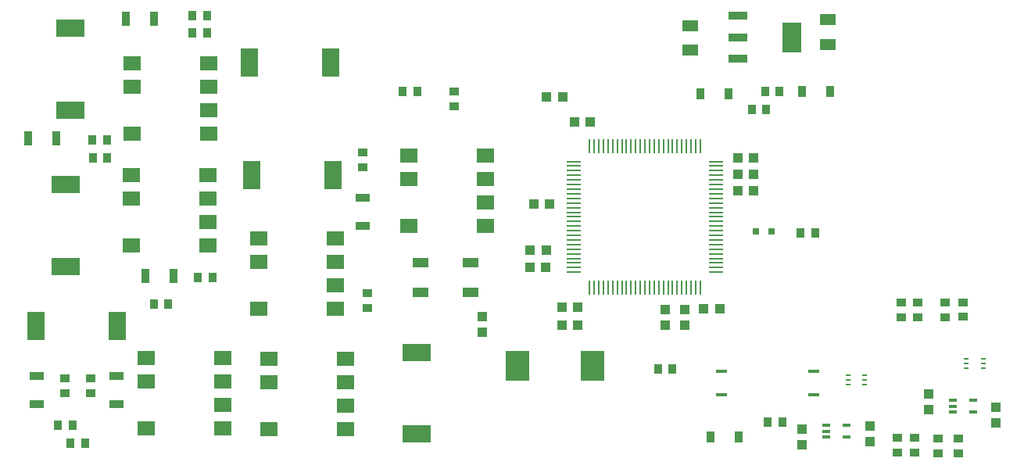
<source format=gbr>
%TF.GenerationSoftware,KiCad,Pcbnew,(6.0.4)*%
%TF.CreationDate,2022-04-12T20:51:16-07:00*%
%TF.ProjectId,L0005-Valve-Controller,4c303030-352d-4566-916c-76652d436f6e,1.0*%
%TF.SameCoordinates,Original*%
%TF.FileFunction,Paste,Top*%
%TF.FilePolarity,Positive*%
%FSLAX46Y46*%
G04 Gerber Fmt 4.6, Leading zero omitted, Abs format (unit mm)*
G04 Created by KiCad (PCBNEW (6.0.4)) date 2022-04-12 20:51:16*
%MOMM*%
%LPD*%
G01*
G04 APERTURE LIST*
%ADD10R,1.700000X0.990600*%
%ADD11R,1.900000X1.500000*%
%ADD12R,1.600000X0.855600*%
%ADD13R,0.855600X1.600000*%
%ADD14R,0.965200X1.295400*%
%ADD15R,0.800000X0.800000*%
%ADD16R,1.100000X1.000000*%
%ADD17R,0.940000X1.020000*%
%ADD18R,1.020000X0.940000*%
%ADD19R,3.048000X1.854200*%
%ADD20R,1.854200X3.048000*%
%ADD21R,2.150000X0.950000*%
%ADD22R,2.150000X3.250000*%
%ADD23R,0.876300X0.304800*%
%ADD24R,1.778000X1.270000*%
%ADD25R,1.000000X1.100000*%
%ADD26R,0.508000X0.254000*%
%ADD27R,1.219200X0.457200*%
%ADD28R,1.560000X0.280000*%
%ADD29R,0.280000X1.560000*%
%ADD30R,2.620000X3.200000*%
G04 APERTURE END LIST*
D10*
%TO.C,B1*%
X116441200Y-99948799D03*
X111041200Y-99948799D03*
X116441200Y-96748801D03*
X111041200Y-96748801D03*
%TD*%
D11*
%TO.C,K6*%
X118111700Y-92811600D03*
X118111700Y-90271600D03*
X118111700Y-87731600D03*
X118111700Y-85191600D03*
X109811700Y-85191600D03*
X109811700Y-87731600D03*
X109811700Y-92811600D03*
%TD*%
D12*
%TO.C,C16*%
X78079600Y-112068601D03*
X78079600Y-109012999D03*
%TD*%
%TO.C,C17*%
X104800400Y-89708999D03*
X104800400Y-92764601D03*
%TD*%
%TO.C,C18*%
X69494400Y-112119401D03*
X69494400Y-109063799D03*
%TD*%
D13*
%TO.C,C19*%
X84331801Y-98171000D03*
X81276199Y-98171000D03*
%TD*%
%TO.C,C20*%
X71631801Y-83312000D03*
X68576199Y-83312000D03*
%TD*%
%TO.C,C21*%
X82172801Y-70358000D03*
X79117199Y-70358000D03*
%TD*%
D14*
%TO.C,D3*%
X144373600Y-78435200D03*
X141325600Y-78435200D03*
%TD*%
D15*
%TO.C,D4*%
X149059400Y-93370400D03*
X147409400Y-93370400D03*
%TD*%
D16*
%TO.C,J1*%
X126427600Y-78790800D03*
X124727600Y-78790800D03*
%TD*%
D11*
%TO.C,K1*%
X102956000Y-114808000D03*
X102956000Y-112268000D03*
X102956000Y-109728000D03*
X102956000Y-107188000D03*
X94656000Y-107188000D03*
X94656000Y-109728000D03*
X94656000Y-114808000D03*
%TD*%
%TO.C,K2*%
X101813000Y-101727000D03*
X101813000Y-99187000D03*
X101813000Y-96647000D03*
X101813000Y-94107000D03*
X93513000Y-94107000D03*
X93513000Y-96647000D03*
X93513000Y-101727000D03*
%TD*%
%TO.C,K3*%
X89621000Y-114681000D03*
X89621000Y-112141000D03*
X89621000Y-109601000D03*
X89621000Y-107061000D03*
X81321000Y-107061000D03*
X81321000Y-109601000D03*
X81321000Y-114681000D03*
%TD*%
%TO.C,K4*%
X88063500Y-94869000D03*
X88063500Y-92329000D03*
X88063500Y-89789000D03*
X88063500Y-87249000D03*
X79763500Y-87249000D03*
X79763500Y-89789000D03*
X79763500Y-94869000D03*
%TD*%
%TO.C,K5*%
X88097000Y-82804000D03*
X88097000Y-80264000D03*
X88097000Y-77724000D03*
X88097000Y-75184000D03*
X79797000Y-75184000D03*
X79797000Y-77724000D03*
X79797000Y-82804000D03*
%TD*%
D17*
%TO.C,R2*%
X73124000Y-116332000D03*
X74704000Y-116332000D03*
%TD*%
%TO.C,R3*%
X73383200Y-114350800D03*
X71803200Y-114350800D03*
%TD*%
D18*
%TO.C,R4*%
X105308400Y-101628000D03*
X105308400Y-100048000D03*
%TD*%
%TO.C,R5*%
X75336400Y-109293600D03*
X75336400Y-110873600D03*
%TD*%
%TO.C,R6*%
X104800400Y-86388000D03*
X104800400Y-84808000D03*
%TD*%
%TO.C,R7*%
X72491600Y-110873600D03*
X72491600Y-109293600D03*
%TD*%
D17*
%TO.C,R8*%
X88521600Y-98348800D03*
X86941600Y-98348800D03*
%TD*%
%TO.C,R9*%
X75562400Y-85445600D03*
X77142400Y-85445600D03*
%TD*%
%TO.C,R10*%
X87912000Y-69977000D03*
X86332000Y-69977000D03*
%TD*%
%TO.C,R11*%
X83746400Y-101244400D03*
X82166400Y-101244400D03*
%TD*%
%TO.C,R12*%
X75537000Y-83439000D03*
X77117000Y-83439000D03*
%TD*%
%TO.C,R13*%
X86332000Y-71882000D03*
X87912000Y-71882000D03*
%TD*%
%TO.C,R24*%
X146936400Y-80162400D03*
X148516400Y-80162400D03*
%TD*%
%TO.C,R25*%
X152219600Y-93522800D03*
X153799600Y-93522800D03*
%TD*%
D19*
%TO.C,RV1*%
X110591600Y-106467900D03*
X110591600Y-115324900D03*
%TD*%
D20*
%TO.C,RV2*%
X92726500Y-87249000D03*
X101583500Y-87249000D03*
%TD*%
%TO.C,RV3*%
X69358500Y-103632000D03*
X78215500Y-103632000D03*
%TD*%
D19*
%TO.C,RV4*%
X72644000Y-97138500D03*
X72644000Y-88281500D03*
%TD*%
%TO.C,RV5*%
X73152000Y-80247500D03*
X73152000Y-71390500D03*
%TD*%
D20*
%TO.C,RV6*%
X101329500Y-75057000D03*
X92472500Y-75057000D03*
%TD*%
D21*
%TO.C,U2*%
X145436000Y-70039200D03*
D22*
X151236000Y-72339200D03*
D21*
X145436000Y-72339200D03*
X145436000Y-74639200D03*
%TD*%
D18*
%TO.C,R15*%
X164896800Y-102644000D03*
X164896800Y-101064000D03*
%TD*%
D14*
%TO.C,D1*%
X152400000Y-78181200D03*
X155448000Y-78181200D03*
%TD*%
D18*
%TO.C,R27*%
X114655600Y-78254800D03*
X114655600Y-79834800D03*
%TD*%
%TO.C,R21*%
X169773600Y-101041200D03*
X169773600Y-102621200D03*
%TD*%
D23*
%TO.C,U4*%
X168713150Y-111668801D03*
X168713150Y-112318800D03*
X168713150Y-112968799D03*
X170935650Y-112968799D03*
X170935650Y-111668801D03*
%TD*%
D24*
%TO.C,C2*%
X155143200Y-73101200D03*
X155143200Y-70459600D03*
%TD*%
D16*
%TO.C,C8*%
X126353200Y-103530400D03*
X128053200Y-103530400D03*
%TD*%
D25*
%TO.C,C22*%
X152400000Y-116521600D03*
X152400000Y-114821600D03*
%TD*%
D16*
%TO.C,C4*%
X126353200Y-101600000D03*
X128053200Y-101600000D03*
%TD*%
D26*
%TO.C,Q2*%
X170179400Y-107188000D03*
X170179400Y-107696000D03*
X170179400Y-108204000D03*
X171982800Y-108204000D03*
X171982800Y-107696000D03*
X171982800Y-107188000D03*
%TD*%
D27*
%TO.C,U5*%
X143649700Y-108508800D03*
X143649700Y-111048800D03*
X153631900Y-111048800D03*
X153631900Y-108508800D03*
%TD*%
D25*
%TO.C,C12*%
X137566400Y-103567600D03*
X137566400Y-101867600D03*
%TD*%
D26*
%TO.C,Q1*%
X157340300Y-108966000D03*
X157340300Y-109474000D03*
X157340300Y-109982000D03*
X159143700Y-109982000D03*
X159143700Y-109474000D03*
X159143700Y-108966000D03*
%TD*%
D25*
%TO.C,C25*%
X173329600Y-114134000D03*
X173329600Y-112434000D03*
%TD*%
D24*
%TO.C,C1*%
X140258800Y-73710800D03*
X140258800Y-71069200D03*
%TD*%
D16*
%TO.C,C10*%
X122949600Y-95402400D03*
X124649600Y-95402400D03*
%TD*%
D17*
%TO.C,R22*%
X148635600Y-114046000D03*
X150215600Y-114046000D03*
%TD*%
%TO.C,R1*%
X148358800Y-78181200D03*
X149938800Y-78181200D03*
%TD*%
D28*
%TO.C,U1*%
X127679700Y-85795600D03*
X127679700Y-86295600D03*
X127679700Y-86795600D03*
X127679700Y-87295600D03*
X127679700Y-87795600D03*
X127679700Y-88295600D03*
X127679700Y-88795600D03*
X127679700Y-89295600D03*
X127679700Y-89795600D03*
X127679700Y-90295600D03*
X127679700Y-90795600D03*
X127679700Y-91295600D03*
X127679700Y-91795600D03*
X127679700Y-92295600D03*
X127679700Y-92795600D03*
X127679700Y-93295600D03*
X127679700Y-93795600D03*
X127679700Y-94295600D03*
X127679700Y-94795600D03*
X127679700Y-95295600D03*
X127679700Y-95795600D03*
X127679700Y-96295600D03*
X127679700Y-96795600D03*
X127679700Y-97295600D03*
X127679700Y-97795600D03*
D29*
X129359700Y-99475600D03*
X129859700Y-99475600D03*
X130359700Y-99475600D03*
X130859700Y-99475600D03*
X131359700Y-99475600D03*
X131859700Y-99475600D03*
X132359700Y-99475600D03*
X132859700Y-99475600D03*
X133359700Y-99475600D03*
X133859700Y-99475600D03*
X134359700Y-99475600D03*
X134859700Y-99475600D03*
X135359700Y-99475600D03*
X135859700Y-99475600D03*
X136359700Y-99475600D03*
X136859700Y-99475600D03*
X137359700Y-99475600D03*
X137859700Y-99475600D03*
X138359700Y-99475600D03*
X138859700Y-99475600D03*
X139359700Y-99475600D03*
X139859700Y-99475600D03*
X140359700Y-99475600D03*
X140859700Y-99475600D03*
X141359700Y-99475600D03*
D28*
X143039700Y-97795600D03*
X143039700Y-97295600D03*
X143039700Y-96795600D03*
X143039700Y-96295600D03*
X143039700Y-95795600D03*
X143039700Y-95295600D03*
X143039700Y-94795600D03*
X143039700Y-94295600D03*
X143039700Y-93795600D03*
X143039700Y-93295600D03*
X143039700Y-92795600D03*
X143039700Y-92295600D03*
X143039700Y-91795600D03*
X143039700Y-91295600D03*
X143039700Y-90795600D03*
X143039700Y-90295600D03*
X143039700Y-89795600D03*
X143039700Y-89295600D03*
X143039700Y-88795600D03*
X143039700Y-88295600D03*
X143039700Y-87795600D03*
X143039700Y-87295600D03*
X143039700Y-86795600D03*
X143039700Y-86295600D03*
X143039700Y-85795600D03*
D29*
X141359700Y-84115600D03*
X140859700Y-84115600D03*
X140359700Y-84115600D03*
X139859700Y-84115600D03*
X139359700Y-84115600D03*
X138859700Y-84115600D03*
X138359700Y-84115600D03*
X137859700Y-84115600D03*
X137359700Y-84115600D03*
X136859700Y-84115600D03*
X136359700Y-84115600D03*
X135859700Y-84115600D03*
X135359700Y-84115600D03*
X134859700Y-84115600D03*
X134359700Y-84115600D03*
X133859700Y-84115600D03*
X133359700Y-84115600D03*
X132859700Y-84115600D03*
X132359700Y-84115600D03*
X131859700Y-84115600D03*
X131359700Y-84115600D03*
X130859700Y-84115600D03*
X130359700Y-84115600D03*
X129859700Y-84115600D03*
X129359700Y-84115600D03*
%TD*%
D17*
%TO.C,R26*%
X110721200Y-78181200D03*
X109141200Y-78181200D03*
%TD*%
D30*
%TO.C,F1*%
X121581400Y-107899200D03*
X129675400Y-107899200D03*
%TD*%
D25*
%TO.C,C24*%
X159715200Y-116115200D03*
X159715200Y-114415200D03*
%TD*%
D18*
%TO.C,R20*%
X163118800Y-102644000D03*
X163118800Y-101064000D03*
%TD*%
D16*
%TO.C,C9*%
X122898800Y-97282000D03*
X124598800Y-97282000D03*
%TD*%
D18*
%TO.C,R14*%
X167132000Y-117376000D03*
X167132000Y-115796000D03*
%TD*%
D25*
%TO.C,C15*%
X117754400Y-102629600D03*
X117754400Y-104329600D03*
%TD*%
%TO.C,C11*%
X139649200Y-103516800D03*
X139649200Y-101816800D03*
%TD*%
D16*
%TO.C,C7*%
X129424800Y-81534000D03*
X127724800Y-81534000D03*
%TD*%
%TO.C,C13*%
X147103200Y-87223600D03*
X145403200Y-87223600D03*
%TD*%
%TO.C,C6*%
X147103200Y-85394800D03*
X145403200Y-85394800D03*
%TD*%
D25*
%TO.C,C23*%
X166116000Y-112711600D03*
X166116000Y-111011600D03*
%TD*%
D18*
%TO.C,R18*%
X169316400Y-117426800D03*
X169316400Y-115846800D03*
%TD*%
D14*
%TO.C,D2*%
X142494000Y-115620800D03*
X145542000Y-115620800D03*
%TD*%
D16*
%TO.C,C5*%
X141745600Y-101752400D03*
X143445600Y-101752400D03*
%TD*%
D18*
%TO.C,R19*%
X164566600Y-117325200D03*
X164566600Y-115745200D03*
%TD*%
D16*
%TO.C,C14*%
X147103200Y-88950800D03*
X145403200Y-88950800D03*
%TD*%
D18*
%TO.C,R17*%
X167843200Y-102672000D03*
X167843200Y-101092000D03*
%TD*%
D17*
%TO.C,R23*%
X138356400Y-108305600D03*
X136776400Y-108305600D03*
%TD*%
D23*
%TO.C,U3*%
X154997150Y-114361201D03*
X154997150Y-115011200D03*
X154997150Y-115661199D03*
X157219650Y-115661199D03*
X157219650Y-114361201D03*
%TD*%
D16*
%TO.C,C3*%
X123356000Y-90424000D03*
X125056000Y-90424000D03*
%TD*%
D18*
%TO.C,R16*%
X162712400Y-115745200D03*
X162712400Y-117325200D03*
%TD*%
M02*

</source>
